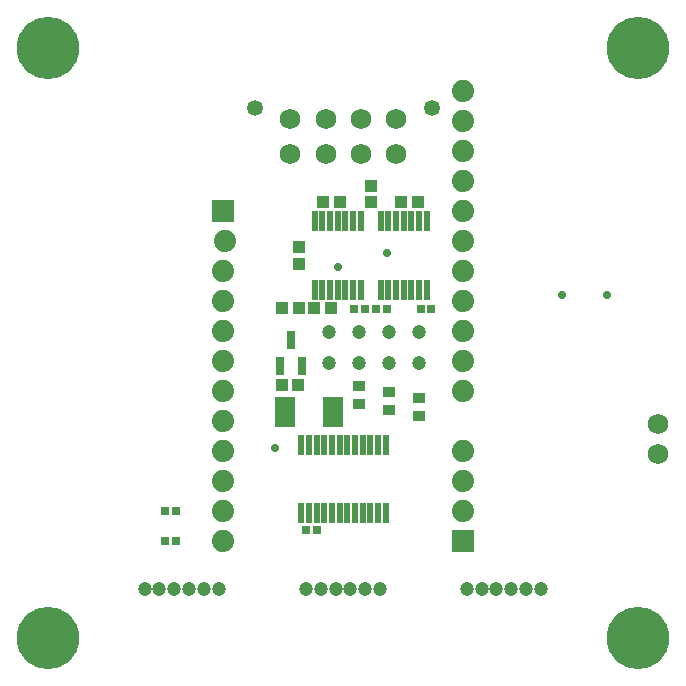
<source format=gts>
G04*
G04 #@! TF.GenerationSoftware,Altium Limited,CircuitStudio,1.5.2 (30)*
G04*
G04 Layer_Color=20142*
%FSLAX25Y25*%
%MOIN*%
G70*
G01*
G75*
%ADD39R,0.02965X0.02965*%
%ADD40R,0.03950X0.04343*%
%ADD41R,0.04343X0.03556*%
%ADD42R,0.04343X0.03950*%
%ADD43R,0.03000X0.06000*%
%ADD44R,0.02800X0.06000*%
%ADD45R,0.02200X0.06600*%
%ADD46R,0.06700X0.02000*%
%ADD47R,0.02414X0.06981*%
%ADD48C,0.06800*%
%ADD49C,0.20800*%
%ADD50C,0.05300*%
%ADD51C,0.04737*%
%ADD52C,0.07400*%
%ADD53R,0.07400X0.07400*%
%ADD54C,0.02800*%
D39*
X1014016Y742300D02*
D03*
X1010473D02*
D03*
X1036116D02*
D03*
X1032573D02*
D03*
X1017816D02*
D03*
X1021360D02*
D03*
X951043Y665250D02*
D03*
X947500D02*
D03*
X951043Y675250D02*
D03*
X947500D02*
D03*
X997933Y668850D02*
D03*
X994390D02*
D03*
D40*
X986244Y717134D02*
D03*
X991756D02*
D03*
X1002656Y742650D02*
D03*
X997144D02*
D03*
X986344Y742650D02*
D03*
X991856D02*
D03*
X1005672Y778000D02*
D03*
X1000161D02*
D03*
X1026161Y778200D02*
D03*
X1031672D02*
D03*
D41*
X1022000Y714803D02*
D03*
Y708897D02*
D03*
X1031900Y712803D02*
D03*
Y706897D02*
D03*
X1012000Y716803D02*
D03*
Y710897D02*
D03*
D42*
X991900Y757506D02*
D03*
Y763018D02*
D03*
X1015916Y777944D02*
D03*
Y783456D02*
D03*
D43*
X985700Y723350D02*
D03*
X993100D02*
D03*
D44*
X989400Y731950D02*
D03*
D45*
X997216Y771800D02*
D03*
X999816D02*
D03*
X1002316D02*
D03*
X1004916D02*
D03*
X1007516D02*
D03*
X1010016D02*
D03*
X1012616D02*
D03*
Y748800D02*
D03*
X1010016D02*
D03*
X1007516D02*
D03*
X1004916D02*
D03*
X1002316D02*
D03*
X999816D02*
D03*
X997216D02*
D03*
X1019216D02*
D03*
X1021816D02*
D03*
X1024316D02*
D03*
X1026916D02*
D03*
X1029516D02*
D03*
X1032016D02*
D03*
X1034616D02*
D03*
Y771800D02*
D03*
X1032016D02*
D03*
X1029516D02*
D03*
X1026916D02*
D03*
X1024316D02*
D03*
X1021816D02*
D03*
X1019216D02*
D03*
D46*
X1003400Y711934D02*
D03*
Y710034D02*
D03*
Y708034D02*
D03*
Y706034D02*
D03*
Y704134D02*
D03*
X987200D02*
D03*
Y706034D02*
D03*
Y708034D02*
D03*
Y710034D02*
D03*
Y711934D02*
D03*
D47*
X992815Y674551D02*
D03*
X995374D02*
D03*
X997933D02*
D03*
X1000492D02*
D03*
X1003052D02*
D03*
X1005611D02*
D03*
X1008170D02*
D03*
X1010729D02*
D03*
X1013288D02*
D03*
X1015847D02*
D03*
X1018406D02*
D03*
X1020965D02*
D03*
Y697149D02*
D03*
X1018406D02*
D03*
X1015847D02*
D03*
X1013288D02*
D03*
X1010729D02*
D03*
X1008170D02*
D03*
X1005611D02*
D03*
X1003052D02*
D03*
X1000492D02*
D03*
X997933D02*
D03*
X995374D02*
D03*
X992815D02*
D03*
D48*
X1111750Y694100D02*
D03*
Y704100D02*
D03*
X1024500Y794000D02*
D03*
X989100D02*
D03*
X1012700D02*
D03*
X1000900D02*
D03*
Y805800D02*
D03*
X1012700D02*
D03*
X989100D02*
D03*
X1024500D02*
D03*
D49*
X1105100Y632600D02*
D03*
X908200D02*
D03*
Y829500D02*
D03*
X1105100D02*
D03*
D50*
X1036300Y809500D02*
D03*
X977300D02*
D03*
D51*
X1032016Y734900D02*
D03*
X1022016D02*
D03*
X1012016D02*
D03*
X1002016D02*
D03*
Y724500D02*
D03*
X1012016D02*
D03*
X1022016D02*
D03*
X1032016D02*
D03*
X994400Y648950D02*
D03*
X999321D02*
D03*
X1004243D02*
D03*
X1009164D02*
D03*
X1014085D02*
D03*
X1019006D02*
D03*
X1072606D02*
D03*
X1067685D02*
D03*
X1062764D02*
D03*
X1057843D02*
D03*
X1052921D02*
D03*
X1048000D02*
D03*
X940600D02*
D03*
X945521D02*
D03*
X950443D02*
D03*
X955364D02*
D03*
X960285D02*
D03*
X965206D02*
D03*
D52*
X1046700Y815250D02*
D03*
Y805250D02*
D03*
Y795250D02*
D03*
Y785250D02*
D03*
Y775250D02*
D03*
Y765250D02*
D03*
Y755250D02*
D03*
Y745250D02*
D03*
Y735250D02*
D03*
Y725250D02*
D03*
Y715250D02*
D03*
Y695250D02*
D03*
Y685250D02*
D03*
Y675250D02*
D03*
X966700Y665250D02*
D03*
Y675250D02*
D03*
Y685250D02*
D03*
Y695250D02*
D03*
Y705250D02*
D03*
Y715250D02*
D03*
Y725250D02*
D03*
Y735250D02*
D03*
Y745250D02*
D03*
Y755250D02*
D03*
X967200Y765250D02*
D03*
D53*
X1046700Y665250D02*
D03*
X966700Y775250D02*
D03*
D54*
X1021216Y761000D02*
D03*
X1005000Y756450D02*
D03*
X1079600Y747050D02*
D03*
X1094598Y747052D02*
D03*
X984000Y696250D02*
D03*
M02*

</source>
